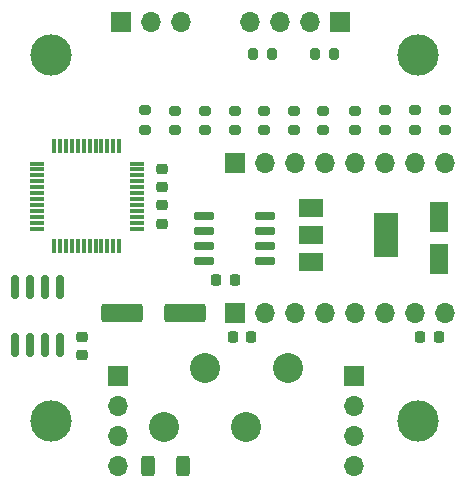
<source format=gbr>
%TF.GenerationSoftware,KiCad,Pcbnew,7.0.1*%
%TF.CreationDate,2024-04-15T22:24:01+02:00*%
%TF.ProjectId,nema17_driver,6e656d61-3137-45f6-9472-697665722e6b,rev?*%
%TF.SameCoordinates,Original*%
%TF.FileFunction,Soldermask,Top*%
%TF.FilePolarity,Negative*%
%FSLAX46Y46*%
G04 Gerber Fmt 4.6, Leading zero omitted, Abs format (unit mm)*
G04 Created by KiCad (PCBNEW 7.0.1) date 2024-04-15 22:24:01*
%MOMM*%
%LPD*%
G01*
G04 APERTURE LIST*
G04 Aperture macros list*
%AMRoundRect*
0 Rectangle with rounded corners*
0 $1 Rounding radius*
0 $2 $3 $4 $5 $6 $7 $8 $9 X,Y pos of 4 corners*
0 Add a 4 corners polygon primitive as box body*
4,1,4,$2,$3,$4,$5,$6,$7,$8,$9,$2,$3,0*
0 Add four circle primitives for the rounded corners*
1,1,$1+$1,$2,$3*
1,1,$1+$1,$4,$5*
1,1,$1+$1,$6,$7*
1,1,$1+$1,$8,$9*
0 Add four rect primitives between the rounded corners*
20,1,$1+$1,$2,$3,$4,$5,0*
20,1,$1+$1,$4,$5,$6,$7,0*
20,1,$1+$1,$6,$7,$8,$9,0*
20,1,$1+$1,$8,$9,$2,$3,0*%
G04 Aperture macros list end*
%ADD10R,1.700000X1.700000*%
%ADD11O,1.700000X1.700000*%
%ADD12R,0.304800X1.193800*%
%ADD13R,1.193800X0.304800*%
%ADD14RoundRect,0.250000X0.312500X0.625000X-0.312500X0.625000X-0.312500X-0.625000X0.312500X-0.625000X0*%
%ADD15RoundRect,0.200000X-0.200000X-0.275000X0.200000X-0.275000X0.200000X0.275000X-0.200000X0.275000X0*%
%ADD16C,3.500000*%
%ADD17RoundRect,0.200000X0.275000X-0.200000X0.275000X0.200000X-0.275000X0.200000X-0.275000X-0.200000X0*%
%ADD18RoundRect,0.225000X0.250000X-0.225000X0.250000X0.225000X-0.250000X0.225000X-0.250000X-0.225000X0*%
%ADD19RoundRect,0.200000X-0.275000X0.200000X-0.275000X-0.200000X0.275000X-0.200000X0.275000X0.200000X0*%
%ADD20R,2.000000X1.500000*%
%ADD21R,2.000000X3.800000*%
%ADD22RoundRect,0.225000X-0.225000X-0.250000X0.225000X-0.250000X0.225000X0.250000X-0.225000X0.250000X0*%
%ADD23RoundRect,0.150000X-0.150000X0.825000X-0.150000X-0.825000X0.150000X-0.825000X0.150000X0.825000X0*%
%ADD24RoundRect,0.150000X0.725000X0.150000X-0.725000X0.150000X-0.725000X-0.150000X0.725000X-0.150000X0*%
%ADD25RoundRect,0.225000X-0.250000X0.225000X-0.250000X-0.225000X0.250000X-0.225000X0.250000X0.225000X0*%
%ADD26RoundRect,0.250000X-0.550000X1.050000X-0.550000X-1.050000X0.550000X-1.050000X0.550000X1.050000X0*%
%ADD27RoundRect,0.250000X1.500000X0.550000X-1.500000X0.550000X-1.500000X-0.550000X1.500000X-0.550000X0*%
%ADD28C,2.540000*%
G04 APERTURE END LIST*
D10*
%TO.C,X2*%
X156135000Y-92694000D03*
D11*
X156135000Y-95234000D03*
X156135000Y-97774000D03*
X156135000Y-100314000D03*
%TD*%
D10*
%TO.C,X1*%
X136094000Y-92684000D03*
D11*
X136094000Y-95224000D03*
X136094000Y-97764000D03*
X136094000Y-100304000D03*
%TD*%
D12*
%TO.C,U3*%
X136235999Y-81693999D03*
X135736000Y-81693999D03*
X135235998Y-81693999D03*
X134735999Y-81693999D03*
X134236000Y-81693999D03*
X133735999Y-81693999D03*
X133235999Y-81693999D03*
X132735998Y-81693999D03*
X132235999Y-81693999D03*
X131736000Y-81693999D03*
X131235998Y-81693999D03*
X130735999Y-81693999D03*
D13*
X129236000Y-80194000D03*
X129236000Y-79694001D03*
X129236000Y-79193999D03*
X129236000Y-78694000D03*
X129236000Y-78194001D03*
X129236000Y-77694000D03*
X129236000Y-77194000D03*
X129236000Y-76693999D03*
X129236000Y-76194000D03*
X129236000Y-75694001D03*
X129236000Y-75193999D03*
X129236000Y-74694000D03*
D12*
X130735999Y-73194001D03*
X131235998Y-73194001D03*
X131736000Y-73194001D03*
X132235999Y-73194001D03*
X132735998Y-73194001D03*
X133235999Y-73194001D03*
X133735999Y-73194001D03*
X134236000Y-73194001D03*
X134735999Y-73194001D03*
X135235998Y-73194001D03*
X135736000Y-73194001D03*
X136235999Y-73194001D03*
D13*
X137735998Y-74694000D03*
X137735998Y-75193999D03*
X137735998Y-75694001D03*
X137735998Y-76194000D03*
X137735998Y-76693999D03*
X137735998Y-77194000D03*
X137735998Y-77694000D03*
X137735998Y-78194001D03*
X137735998Y-78694000D03*
X137735998Y-79193999D03*
X137735998Y-79694001D03*
X137735998Y-80194000D03*
%TD*%
D14*
%TO.C,R1*%
X141620500Y-100304000D03*
X138695500Y-100304000D03*
%TD*%
D10*
%TO.C,X5*%
X136363000Y-62687000D03*
D11*
X138903000Y-62687000D03*
X141443000Y-62687000D03*
%TD*%
D15*
%TO.C,R6*%
X147562600Y-65404400D03*
X149212600Y-65404400D03*
%TD*%
D16*
%TO.C,H2*%
X161500000Y-65500000D03*
%TD*%
D17*
%TO.C,R9*%
X158760000Y-71821094D03*
X158760000Y-70171094D03*
%TD*%
D18*
%TO.C,C10*%
X133046000Y-90906000D03*
X133046000Y-89356000D03*
%TD*%
D19*
%TO.C,R2*%
X143460000Y-70235000D03*
X143460000Y-71885000D03*
%TD*%
D17*
%TO.C,R14*%
X146000000Y-71884094D03*
X146000000Y-70234094D03*
%TD*%
D20*
%TO.C,VREG1*%
X152502000Y-78446000D03*
X152502000Y-80746000D03*
D21*
X158802000Y-80746000D03*
D20*
X152502000Y-83046000D03*
%TD*%
D22*
%TO.C,C5*%
X144450000Y-84556000D03*
X146000000Y-84556000D03*
%TD*%
D17*
%TO.C,R8*%
X161270000Y-71821094D03*
X161270000Y-70171094D03*
%TD*%
D15*
%TO.C,R5*%
X152795000Y-65404400D03*
X154445000Y-65404400D03*
%TD*%
D23*
%TO.C,U2*%
X131191800Y-85129000D03*
X129921800Y-85129000D03*
X128651800Y-85129000D03*
X127381800Y-85129000D03*
X127381800Y-90079000D03*
X128651800Y-90079000D03*
X129921800Y-90079000D03*
X131191800Y-90079000D03*
%TD*%
D16*
%TO.C,H4*%
X161500000Y-96500000D03*
%TD*%
D17*
%TO.C,R12*%
X151020000Y-71884094D03*
X151020000Y-70234094D03*
%TD*%
%TO.C,R7*%
X163780000Y-71821094D03*
X163780000Y-70171094D03*
%TD*%
D16*
%TO.C,H1*%
X130500000Y-65500000D03*
%TD*%
D24*
%TO.C,U1*%
X148575000Y-82905000D03*
X148575000Y-81635000D03*
X148575000Y-80365000D03*
X148575000Y-79095000D03*
X143425000Y-79095000D03*
X143425000Y-80365000D03*
X143425000Y-81635000D03*
X143425000Y-82905000D03*
%TD*%
D10*
%TO.C,X4*%
X154890000Y-62712000D03*
D11*
X152350000Y-62712000D03*
X149810000Y-62712000D03*
X147270000Y-62712000D03*
%TD*%
D19*
%TO.C,R4*%
X138380000Y-70194392D03*
X138380000Y-71844392D03*
%TD*%
D22*
%TO.C,C4*%
X145860000Y-89382000D03*
X147410000Y-89382000D03*
%TD*%
D25*
%TO.C,C9*%
X139835999Y-75158000D03*
X139835999Y-76708000D03*
%TD*%
D26*
%TO.C,C2*%
X163272000Y-79200000D03*
X163272000Y-82800000D03*
%TD*%
D19*
%TO.C,R3*%
X140994702Y-70235000D03*
X140994702Y-71885000D03*
%TD*%
D22*
%TO.C,C3*%
X161735000Y-89382000D03*
X163285000Y-89382000D03*
%TD*%
D17*
%TO.C,R10*%
X156160000Y-71884094D03*
X156160000Y-70234094D03*
%TD*%
D27*
%TO.C,C1*%
X136442000Y-87350000D03*
X141842000Y-87350000D03*
%TD*%
D16*
%TO.C,H3*%
X130500000Y-96500000D03*
%TD*%
D18*
%TO.C,C6*%
X139835999Y-79769000D03*
X139835999Y-78219000D03*
%TD*%
D17*
%TO.C,R11*%
X153530000Y-71884094D03*
X153530000Y-70234094D03*
%TD*%
%TO.C,R13*%
X148510000Y-71884094D03*
X148510000Y-70234094D03*
%TD*%
D10*
%TO.C,POW1*%
X146000000Y-74650000D03*
D11*
X148540000Y-74650000D03*
X151080000Y-74650000D03*
X153620000Y-74650000D03*
X156160000Y-74650000D03*
X158700000Y-74650000D03*
X161240000Y-74650000D03*
X163780000Y-74650000D03*
%TD*%
D10*
%TO.C,POW2*%
X146000000Y-87350000D03*
D11*
X148540000Y-87350000D03*
X151080000Y-87350000D03*
X153620000Y-87350000D03*
X156160000Y-87350000D03*
X158700000Y-87350000D03*
X161240000Y-87350000D03*
X163780000Y-87350000D03*
%TD*%
D28*
%TO.C,X3*%
X150500000Y-91982000D03*
X147000000Y-96982000D03*
X143500000Y-91982000D03*
X140000000Y-96982000D03*
%TD*%
M02*

</source>
